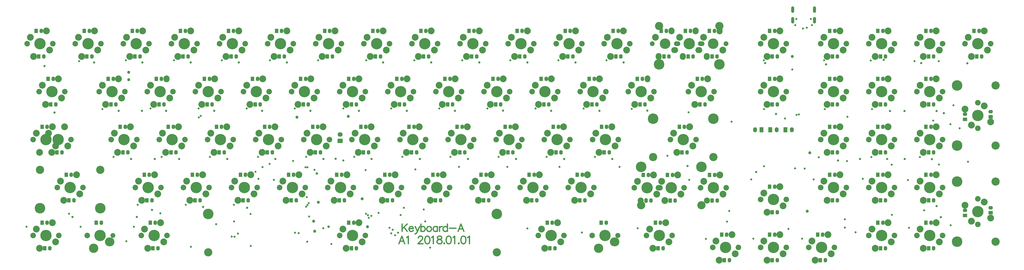
<source format=gts>
%FSLAX25Y25*%
%MOIN*%
G70*
G01*
G75*
G04 Layer_Color=8388736*
%ADD10C,0.01500*%
%ADD11C,0.03937*%
%ADD12C,0.01000*%
%ADD13C,0.01575*%
%ADD14C,0.03150*%
%ADD15C,0.01400*%
%ADD16C,0.01969*%
%ADD17R,0.04724X0.06300*%
%ADD18O,0.04724X0.06300*%
%ADD19C,0.06689*%
%ADD20O,0.09840X0.08800*%
%ADD21O,0.08661X0.09840*%
%ADD22C,0.16929*%
%ADD23C,0.09840*%
%ADD24C,0.12000*%
%ADD25C,0.15700*%
%ADD26O,0.03937X0.09449*%
%ADD27C,0.02756*%
%ADD28C,0.02362*%
%ADD29O,0.05118X0.07087*%
%ADD30R,0.05118X0.07087*%
%ADD31O,0.07087X0.05906*%
%ADD32R,0.07087X0.05906*%
%ADD33C,0.07874*%
%ADD34C,0.07087*%
%ADD35C,0.13780*%
%ADD36O,0.14000X0.13000*%
%ADD37O,0.06300X0.04724*%
%ADD38R,0.06300X0.04724*%
%ADD39C,0.08661*%
G04:AMPARAMS|DCode=40|XSize=47.24mil|YSize=63mil|CornerRadius=0mil|HoleSize=0mil|Usage=FLASHONLY|Rotation=0.000|XOffset=0mil|YOffset=0mil|HoleType=Round|Shape=Octagon|*
%AMOCTAGOND40*
4,1,8,-0.01181,0.03150,0.01181,0.03150,0.02362,0.01969,0.02362,-0.01969,0.01181,-0.03150,-0.01181,-0.03150,-0.02362,-0.01969,-0.02362,0.01969,-0.01181,0.03150,0.0*
%
%ADD40OCTAGOND40*%

%ADD41O,0.08000X0.09840*%
%ADD42O,0.08661X0.09843*%
%ADD43C,0.06693*%
%ADD44O,0.08661X0.09839*%
%ADD45C,0.15669*%
%ADD46O,0.08661X0.09840*%
%ADD47O,0.09840X0.08661*%
%ADD48C,0.15669*%
%ADD49C,0.02441*%
%ADD50C,0.03150*%
%ADD51C,0.03937*%
%ADD52R,0.04331X0.04921*%
%ADD53R,0.00984X0.05118*%
%ADD54R,0.04921X0.04331*%
%ADD55R,0.05906X0.01969*%
%ADD56O,0.05906X0.01969*%
%ADD57O,0.07874X0.01969*%
%ADD58R,0.07874X0.01969*%
%ADD59R,0.01969X0.07874*%
%ADD60R,0.04724X0.03937*%
%ADD61R,0.03543X0.03937*%
%ADD62R,0.02559X0.07874*%
%ADD63O,0.02559X0.07874*%
%ADD64R,0.05118X0.04331*%
%ADD65R,0.03937X0.03937*%
%ADD66R,0.11811X0.09843*%
%ADD67R,0.03937X0.04724*%
%ADD68R,0.03937X0.03543*%
%ADD69R,0.19685X0.15748*%
%ADD70C,0.02362*%
%ADD71C,0.02756*%
%ADD72C,0.00394*%
%ADD73R,0.05524X0.07100*%
%ADD74O,0.05524X0.07100*%
%ADD75C,0.07489*%
%ADD76O,0.10640X0.09600*%
%ADD77O,0.09461X0.10640*%
%ADD78C,0.17729*%
%ADD79C,0.10640*%
%ADD80C,0.12800*%
%ADD81C,0.16500*%
%ADD82O,0.04737X0.10249*%
%ADD83C,0.03556*%
%ADD84C,0.03162*%
%ADD85O,0.05918X0.07887*%
%ADD86R,0.05918X0.07887*%
%ADD87O,0.07887X0.06706*%
%ADD88R,0.07887X0.06706*%
%ADD89C,0.08674*%
%ADD90C,0.07887*%
%ADD91C,0.14579*%
%ADD92O,0.14800X0.13800*%
%ADD93O,0.07100X0.05524*%
%ADD94R,0.07100X0.05524*%
%ADD95C,0.09461*%
G04:AMPARAMS|DCode=96|XSize=55.24mil|YSize=71mil|CornerRadius=0mil|HoleSize=0mil|Usage=FLASHONLY|Rotation=0.000|XOffset=0mil|YOffset=0mil|HoleType=Round|Shape=Octagon|*
%AMOCTAGOND96*
4,1,8,-0.01381,0.03550,0.01381,0.03550,0.02762,0.02169,0.02762,-0.02169,0.01381,-0.03550,-0.01381,-0.03550,-0.02762,-0.02169,-0.02762,0.02169,-0.01381,0.03550,0.0*
%
%ADD96OCTAGOND96*%

%ADD97O,0.08800X0.10640*%
%ADD98O,0.09461X0.10642*%
%ADD99C,0.07493*%
%ADD100O,0.09461X0.10639*%
%ADD101C,0.16469*%
%ADD102O,0.09461X0.10640*%
%ADD103O,0.10640X0.09461*%
%ADD104C,0.16469*%
%ADD105C,0.03950*%
%ADD106C,0.04737*%
D16*
X-598567Y103907D02*
X-603065Y115716D01*
X-607564Y103907D01*
X-605877Y107843D02*
X-600254D01*
X-595811Y113466D02*
X-594687Y114029D01*
X-593000Y115716D01*
Y103907D01*
X-577311Y112904D02*
Y113466D01*
X-576749Y114591D01*
X-576187Y115153D01*
X-575062Y115716D01*
X-572813D01*
X-571688Y115153D01*
X-571126Y114591D01*
X-570564Y113466D01*
Y112342D01*
X-571126Y111217D01*
X-572251Y109530D01*
X-577874Y103907D01*
X-570001D01*
X-563985Y115716D02*
X-565672Y115153D01*
X-566796Y113466D01*
X-567358Y110655D01*
Y108968D01*
X-566796Y106156D01*
X-565672Y104469D01*
X-563985Y103907D01*
X-562860D01*
X-561173Y104469D01*
X-560048Y106156D01*
X-559486Y108968D01*
Y110655D01*
X-560048Y113466D01*
X-561173Y115153D01*
X-562860Y115716D01*
X-563985D01*
X-556843Y113466D02*
X-555719Y114029D01*
X-554032Y115716D01*
Y103907D01*
X-545372Y115716D02*
X-547059Y115153D01*
X-547621Y114029D01*
Y112904D01*
X-547059Y111779D01*
X-545934Y111217D01*
X-543685Y110655D01*
X-541998Y110092D01*
X-540874Y108968D01*
X-540311Y107843D01*
Y106156D01*
X-540874Y105032D01*
X-541436Y104469D01*
X-543123Y103907D01*
X-545372D01*
X-547059Y104469D01*
X-547621Y105032D01*
X-548184Y106156D01*
Y107843D01*
X-547621Y108968D01*
X-546497Y110092D01*
X-544810Y110655D01*
X-542561Y111217D01*
X-541436Y111779D01*
X-540874Y112904D01*
Y114029D01*
X-541436Y115153D01*
X-543123Y115716D01*
X-545372D01*
X-537106Y105032D02*
X-537669Y104469D01*
X-537106Y103907D01*
X-536544Y104469D01*
X-537106Y105032D01*
X-530583Y115716D02*
X-532270Y115153D01*
X-533395Y113466D01*
X-533957Y110655D01*
Y108968D01*
X-533395Y106156D01*
X-532270Y104469D01*
X-530583Y103907D01*
X-529459D01*
X-527772Y104469D01*
X-526647Y106156D01*
X-526085Y108968D01*
Y110655D01*
X-526647Y113466D01*
X-527772Y115153D01*
X-529459Y115716D01*
X-530583D01*
X-523442Y113466D02*
X-522318Y114029D01*
X-520631Y115716D01*
Y103907D01*
X-514220Y105032D02*
X-514783Y104469D01*
X-514220Y103907D01*
X-513658Y104469D01*
X-514220Y105032D01*
X-507697Y115716D02*
X-509384Y115153D01*
X-510509Y113466D01*
X-511071Y110655D01*
Y108968D01*
X-510509Y106156D01*
X-509384Y104469D01*
X-507697Y103907D01*
X-506573D01*
X-504886Y104469D01*
X-503761Y106156D01*
X-503199Y108968D01*
Y110655D01*
X-503761Y113466D01*
X-504886Y115153D01*
X-506573Y115716D01*
X-507697D01*
X-500556Y113466D02*
X-499432Y114029D01*
X-497745Y115716D01*
Y103907D01*
X-602559Y134908D02*
Y123100D01*
X-594687Y134908D02*
X-602559Y127036D01*
X-599748Y129848D02*
X-594687Y123100D01*
X-592044Y127599D02*
X-585296D01*
Y128723D01*
X-585858Y129848D01*
X-586421Y130410D01*
X-587545Y130972D01*
X-589232D01*
X-590357Y130410D01*
X-591482Y129285D01*
X-592044Y127599D01*
Y126474D01*
X-591482Y124787D01*
X-590357Y123662D01*
X-589232Y123100D01*
X-587545D01*
X-586421Y123662D01*
X-585296Y124787D01*
X-582203Y130972D02*
X-578830Y123100D01*
X-575456Y130972D02*
X-578830Y123100D01*
X-579954Y120851D01*
X-581079Y119726D01*
X-582203Y119164D01*
X-582766D01*
X-573488Y134908D02*
Y123100D01*
Y129285D02*
X-572363Y130410D01*
X-571238Y130972D01*
X-569552D01*
X-568427Y130410D01*
X-567302Y129285D01*
X-566740Y127599D01*
Y126474D01*
X-567302Y124787D01*
X-568427Y123662D01*
X-569552Y123100D01*
X-571238D01*
X-572363Y123662D01*
X-573488Y124787D01*
X-561398Y130972D02*
X-562523Y130410D01*
X-563647Y129285D01*
X-564210Y127599D01*
Y126474D01*
X-563647Y124787D01*
X-562523Y123662D01*
X-561398Y123100D01*
X-559711D01*
X-558587Y123662D01*
X-557462Y124787D01*
X-556900Y126474D01*
Y127599D01*
X-557462Y129285D01*
X-558587Y130410D01*
X-559711Y130972D01*
X-561398D01*
X-547565D02*
Y123100D01*
Y129285D02*
X-548690Y130410D01*
X-549815Y130972D01*
X-551501D01*
X-552626Y130410D01*
X-553751Y129285D01*
X-554313Y127599D01*
Y126474D01*
X-553751Y124787D01*
X-552626Y123662D01*
X-551501Y123100D01*
X-549815D01*
X-548690Y123662D01*
X-547565Y124787D01*
X-544416Y130972D02*
Y123100D01*
Y127599D02*
X-543854Y129285D01*
X-542729Y130410D01*
X-541605Y130972D01*
X-539918D01*
X-532102Y134908D02*
Y123100D01*
Y129285D02*
X-533226Y130410D01*
X-534351Y130972D01*
X-536038D01*
X-537162Y130410D01*
X-538287Y129285D01*
X-538849Y127599D01*
Y126474D01*
X-538287Y124787D01*
X-537162Y123662D01*
X-536038Y123100D01*
X-534351D01*
X-533226Y123662D01*
X-532102Y124787D01*
X-528953Y128161D02*
X-518831D01*
X-506348Y123100D02*
X-510847Y134908D01*
X-515345Y123100D01*
X-513658Y127036D02*
X-508035D01*
D73*
X-160921Y436929D02*
D03*
X-156815Y396929D02*
D03*
X45181Y118228D02*
D03*
X49287Y78228D02*
D03*
X-292220Y136929D02*
D03*
X-207772Y136929D02*
D03*
X-203665Y96929D02*
D03*
X-376472Y136929D02*
D03*
X-372366Y96929D02*
D03*
X-995370Y136929D02*
D03*
X-991264Y96929D02*
D03*
X-1079622Y136929D02*
D03*
X-1164071Y136929D02*
D03*
X-1159965Y96929D02*
D03*
X214079Y286732D02*
D03*
X218185Y246732D02*
D03*
X-1173323Y436929D02*
D03*
X-1169217Y396929D02*
D03*
X139079Y136732D02*
D03*
X143185Y96732D02*
D03*
X218185Y171929D02*
D03*
X214079Y211929D02*
D03*
X64079Y436929D02*
D03*
X68185Y396929D02*
D03*
X143185D02*
D03*
X139079Y436929D02*
D03*
X218185Y396929D02*
D03*
X214079Y436929D02*
D03*
X218185Y321929D02*
D03*
X214079Y361929D02*
D03*
X143185Y321929D02*
D03*
X139079Y361929D02*
D03*
X64079D02*
D03*
X68185Y321929D02*
D03*
X64079Y286732D02*
D03*
X68185Y246732D02*
D03*
X143185D02*
D03*
X139079Y286732D02*
D03*
X68185Y171929D02*
D03*
X64079Y211929D02*
D03*
X139079D02*
D03*
X143185Y171929D02*
D03*
X289079Y436929D02*
D03*
X293185Y396929D02*
D03*
X-25516Y321929D02*
D03*
X-29622Y361929D02*
D03*
X-25516Y396929D02*
D03*
X-29622Y436929D02*
D03*
X-188932Y211579D02*
D03*
X-184826Y171580D02*
D03*
X218185Y96929D02*
D03*
X214079Y136929D02*
D03*
X-100319Y78228D02*
D03*
X-104425Y118228D02*
D03*
X-29622D02*
D03*
X-25516Y78228D02*
D03*
X-681815Y96929D02*
D03*
X-685921Y136929D02*
D03*
X-742063Y286929D02*
D03*
X-737957Y246929D02*
D03*
X-1141067D02*
D03*
X-1122366Y171929D02*
D03*
X-1126472Y211929D02*
D03*
X-1164071Y286929D02*
D03*
X-1150516Y321929D02*
D03*
X-1154622Y361929D02*
D03*
X-29622Y193032D02*
D03*
X-25516Y153032D02*
D03*
X-119217Y171580D02*
D03*
X-123323Y211579D02*
D03*
X-226541D02*
D03*
X-325516Y171929D02*
D03*
X-329622Y211929D02*
D03*
X-404644D02*
D03*
X-400538Y171929D02*
D03*
X-475560D02*
D03*
X-479666Y211929D02*
D03*
X-554688D02*
D03*
X-550582Y171929D02*
D03*
X-625603D02*
D03*
X-629710Y211929D02*
D03*
X-704732D02*
D03*
X-700625Y171929D02*
D03*
X-775647D02*
D03*
X-779753Y211929D02*
D03*
X-854775D02*
D03*
X-850669Y171929D02*
D03*
X-925691D02*
D03*
X-929797Y211929D02*
D03*
X-1004819D02*
D03*
X-1000713Y171929D02*
D03*
X-166264Y246929D02*
D03*
X-170370Y286929D02*
D03*
X-291827D02*
D03*
X-287720Y246929D02*
D03*
X-362760D02*
D03*
X-366866Y286929D02*
D03*
X-441905D02*
D03*
X-437799Y246929D02*
D03*
X-512839D02*
D03*
X-516945Y286929D02*
D03*
X-591984D02*
D03*
X-587878Y246929D02*
D03*
X-662917D02*
D03*
X-667024Y286929D02*
D03*
X-812996Y246929D02*
D03*
X-817102Y286929D02*
D03*
X-892142D02*
D03*
X-888035Y246929D02*
D03*
X-963075D02*
D03*
X-967181Y286929D02*
D03*
X-1042220D02*
D03*
X-1038114Y246929D02*
D03*
X-142417Y361929D02*
D03*
X-138311Y321929D02*
D03*
X-231833D02*
D03*
X-235939Y361929D02*
D03*
X-310938D02*
D03*
X-306831Y321929D02*
D03*
X-381830D02*
D03*
X-385936Y361929D02*
D03*
X-460934D02*
D03*
X-456828Y321929D02*
D03*
X-531826D02*
D03*
X-535933Y361929D02*
D03*
X-610931D02*
D03*
X-606825Y321929D02*
D03*
X-681823D02*
D03*
X-685929Y361929D02*
D03*
X-760928D02*
D03*
X-756821Y321929D02*
D03*
X-831820D02*
D03*
X-835926Y361929D02*
D03*
X-910925D02*
D03*
X-906818Y321929D02*
D03*
X-981817D02*
D03*
X-985923Y361929D02*
D03*
X-1060921D02*
D03*
X-1056815Y321929D02*
D03*
X-269414Y396929D02*
D03*
X-273520Y436929D02*
D03*
X-348503D02*
D03*
X-344397Y396929D02*
D03*
X-419381D02*
D03*
X-423487Y436929D02*
D03*
X-498471D02*
D03*
X-494364Y396929D02*
D03*
X-569348D02*
D03*
X-573454Y436929D02*
D03*
X-648438D02*
D03*
X-644332Y396929D02*
D03*
X-719315D02*
D03*
X-723421Y436929D02*
D03*
X-798405D02*
D03*
X-794299Y396929D02*
D03*
X-869282D02*
D03*
X-873388Y436929D02*
D03*
X-948372D02*
D03*
X-944266Y396929D02*
D03*
X-1019249D02*
D03*
X-1023356Y436929D02*
D03*
X-1098339D02*
D03*
X-1094233Y396929D02*
D03*
X-123553Y436929D02*
D03*
X-119446Y396929D02*
D03*
X-198536Y436929D02*
D03*
X-194430Y396929D02*
D03*
D74*
X-153086Y436929D02*
D03*
X-148921Y396929D02*
D03*
X53016Y118228D02*
D03*
X57181Y78228D02*
D03*
X-284327Y136929D02*
D03*
X-199936Y136929D02*
D03*
X-195772Y96929D02*
D03*
X-368637Y136929D02*
D03*
X-364472Y96929D02*
D03*
X-987535Y136929D02*
D03*
X-983370Y96929D02*
D03*
X-1071728Y136929D02*
D03*
X-1156236Y136929D02*
D03*
X-1152071Y96929D02*
D03*
X221914Y286732D02*
D03*
X226079Y246732D02*
D03*
X-1165487Y436929D02*
D03*
X-1161323Y396929D02*
D03*
X146914Y136732D02*
D03*
X151079Y96732D02*
D03*
X226079Y171929D02*
D03*
X221914Y211929D02*
D03*
X71914Y436929D02*
D03*
X76079Y396929D02*
D03*
X151079D02*
D03*
X146914Y436929D02*
D03*
X226079Y396929D02*
D03*
X221914Y436929D02*
D03*
X226079Y321929D02*
D03*
X221914Y361929D02*
D03*
X151079Y321929D02*
D03*
X146914Y361929D02*
D03*
X71914D02*
D03*
X76079Y321929D02*
D03*
X71914Y286732D02*
D03*
X76079Y246732D02*
D03*
X151079D02*
D03*
X146914Y286732D02*
D03*
X76079Y171929D02*
D03*
X71914Y211929D02*
D03*
X146914D02*
D03*
X151079Y171929D02*
D03*
X296914Y436929D02*
D03*
X301079Y396929D02*
D03*
X-17622Y321929D02*
D03*
X-21787Y361929D02*
D03*
X-17622Y396929D02*
D03*
X-21787Y436929D02*
D03*
X-181097Y211579D02*
D03*
X-176932Y171580D02*
D03*
X226079Y96929D02*
D03*
X221914Y136929D02*
D03*
X-92425Y78228D02*
D03*
X-96590Y118228D02*
D03*
X-21787D02*
D03*
X-17622Y78228D02*
D03*
X-673921Y96929D02*
D03*
X-678086Y136929D02*
D03*
X-734228Y286929D02*
D03*
X-730063Y246929D02*
D03*
X-1133173D02*
D03*
X-1114472Y171929D02*
D03*
X-1118637Y211929D02*
D03*
X-1156236Y286929D02*
D03*
X-1142622Y321929D02*
D03*
X-1146787Y361929D02*
D03*
X-21787Y193032D02*
D03*
X-17622Y153032D02*
D03*
X-111323Y171580D02*
D03*
X-115488Y211579D02*
D03*
X-218706D02*
D03*
X-214541Y171580D02*
D03*
X-317622Y171929D02*
D03*
X-321787Y211929D02*
D03*
X-396809D02*
D03*
X-392644Y171929D02*
D03*
X-467666D02*
D03*
X-471831Y211929D02*
D03*
X-546852D02*
D03*
X-542688Y171929D02*
D03*
X-617710D02*
D03*
X-621874Y211929D02*
D03*
X-696896D02*
D03*
X-692732Y171929D02*
D03*
X-767753D02*
D03*
X-771918Y211929D02*
D03*
X-846940D02*
D03*
X-842775Y171929D02*
D03*
X-917797D02*
D03*
X-921962Y211929D02*
D03*
X-996984D02*
D03*
X-992819Y171929D02*
D03*
X-158370Y246929D02*
D03*
X-162535Y286929D02*
D03*
X-283992D02*
D03*
X-279827Y246929D02*
D03*
X-354866D02*
D03*
X-359031Y286929D02*
D03*
X-434070D02*
D03*
X-429906Y246929D02*
D03*
X-504945D02*
D03*
X-509110Y286929D02*
D03*
X-584149D02*
D03*
X-579984Y246929D02*
D03*
X-655024D02*
D03*
X-659188Y286929D02*
D03*
X-805102Y246929D02*
D03*
X-809267Y286929D02*
D03*
X-884306D02*
D03*
X-880142Y246929D02*
D03*
X-955181D02*
D03*
X-959346Y286929D02*
D03*
X-1034385D02*
D03*
X-1030221Y246929D02*
D03*
X-134582Y361929D02*
D03*
X-130417Y321929D02*
D03*
X-223939D02*
D03*
X-228104Y361929D02*
D03*
X-303102D02*
D03*
X-298938Y321929D02*
D03*
X-373936D02*
D03*
X-378101Y361929D02*
D03*
X-453099D02*
D03*
X-448934Y321929D02*
D03*
X-523933D02*
D03*
X-528097Y361929D02*
D03*
X-603096D02*
D03*
X-598931Y321929D02*
D03*
X-673930D02*
D03*
X-678094Y361929D02*
D03*
X-753092D02*
D03*
X-748928Y321929D02*
D03*
X-823926D02*
D03*
X-828091Y361929D02*
D03*
X-903089D02*
D03*
X-898925Y321929D02*
D03*
X-973923D02*
D03*
X-978088Y361929D02*
D03*
X-1053086D02*
D03*
X-1048921Y321929D02*
D03*
X-261520Y396929D02*
D03*
X-265685Y436929D02*
D03*
X-340668D02*
D03*
X-336504Y396929D02*
D03*
X-411487D02*
D03*
X-415652Y436929D02*
D03*
X-490635D02*
D03*
X-486471Y396929D02*
D03*
X-561454D02*
D03*
X-565619Y436929D02*
D03*
X-640602D02*
D03*
X-636438Y396929D02*
D03*
X-711421D02*
D03*
X-715586Y436929D02*
D03*
X-790570D02*
D03*
X-786405Y396929D02*
D03*
X-861388D02*
D03*
X-865553Y436929D02*
D03*
X-940537D02*
D03*
X-936372Y396929D02*
D03*
X-1011356D02*
D03*
X-1015520Y436929D02*
D03*
X-1090504D02*
D03*
X-1086339Y396929D02*
D03*
X-115717Y436929D02*
D03*
X-111553Y396929D02*
D03*
X-190701Y436929D02*
D03*
X-186536Y396929D02*
D03*
D75*
X-174921Y416929D02*
D03*
X-134921D02*
D03*
X-1053622Y116929D02*
D03*
X-97553Y416929D02*
D03*
X-212536D02*
D03*
X-172536D02*
D03*
D76*
X-139921Y406929D02*
D03*
D77*
X-164921Y396929D02*
D03*
X-144921Y436929D02*
D03*
X-202536Y396929D02*
D03*
X-182536Y436929D02*
D03*
D78*
X-154921Y416929D02*
D03*
X51181Y98228D02*
D03*
X-286221Y116929D02*
D03*
X-201772Y116929D02*
D03*
X-370472D02*
D03*
X-989370D02*
D03*
X-1073622Y116929D02*
D03*
X-1158071Y116929D02*
D03*
X220079Y266732D02*
D03*
X-1167323Y416929D02*
D03*
X145079Y116732D02*
D03*
X220079Y191929D02*
D03*
X70079Y416929D02*
D03*
X145079D02*
D03*
X220079D02*
D03*
Y341929D02*
D03*
X145079D02*
D03*
X70079D02*
D03*
Y266732D02*
D03*
X145079D02*
D03*
X70079Y191929D02*
D03*
X145079D02*
D03*
X295079Y304528D02*
D03*
X295079Y416929D02*
D03*
X-23622Y341929D02*
D03*
Y416929D02*
D03*
X295079Y154331D02*
D03*
X-182932Y191579D02*
D03*
X220079Y116929D02*
D03*
X-98425Y98228D02*
D03*
X-23622D02*
D03*
X-679921Y116929D02*
D03*
X-736063Y266929D02*
D03*
X-1139173D02*
D03*
X-1120473Y191929D02*
D03*
X-1158071Y266929D02*
D03*
X-1148622Y341929D02*
D03*
X-23622Y173031D02*
D03*
X-117323Y191579D02*
D03*
X-220541D02*
D03*
X-323622Y191929D02*
D03*
X-398644D02*
D03*
X-473666D02*
D03*
X-548688D02*
D03*
X-623710D02*
D03*
X-698732D02*
D03*
X-773753D02*
D03*
X-848775D02*
D03*
X-923797D02*
D03*
X-998819D02*
D03*
X-164370Y266929D02*
D03*
X-285827D02*
D03*
X-360866D02*
D03*
X-435906D02*
D03*
X-510945D02*
D03*
X-585984D02*
D03*
X-661024D02*
D03*
X-811102D02*
D03*
X-886142D02*
D03*
X-961181D02*
D03*
X-1036220D02*
D03*
X-136417Y341929D02*
D03*
X-229939D02*
D03*
X-304938D02*
D03*
X-379936D02*
D03*
X-454934D02*
D03*
X-529933D02*
D03*
X-604931D02*
D03*
X-679929D02*
D03*
X-754928D02*
D03*
X-829926D02*
D03*
X-904925D02*
D03*
X-979923D02*
D03*
X-1054921D02*
D03*
X-267520Y416929D02*
D03*
X-342503D02*
D03*
X-417487D02*
D03*
X-492471D02*
D03*
X-567454D02*
D03*
X-642438D02*
D03*
X-717421D02*
D03*
X-792405D02*
D03*
X-867389D02*
D03*
X-942372D02*
D03*
X-1017356D02*
D03*
X-1092339D02*
D03*
D79*
X-169921Y426929D02*
D03*
X66181Y88228D02*
D03*
X41181Y78228D02*
D03*
X61181Y118228D02*
D03*
X36181Y108228D02*
D03*
X-186772Y106929D02*
D03*
X-211772Y96929D02*
D03*
X-191772Y136929D02*
D03*
X-216772Y126929D02*
D03*
X-355472Y106929D02*
D03*
X-380472Y96929D02*
D03*
X-360472Y136929D02*
D03*
X-385472Y126929D02*
D03*
X-974370Y106929D02*
D03*
X-999370Y96929D02*
D03*
X-979370Y136929D02*
D03*
X-1004370Y126929D02*
D03*
X-1143071Y106929D02*
D03*
X-1168071Y96929D02*
D03*
X-1148071Y136929D02*
D03*
X-1173071Y126929D02*
D03*
X235079Y256732D02*
D03*
X210079Y246732D02*
D03*
X230079Y286732D02*
D03*
X205079Y276732D02*
D03*
X-1152323Y406929D02*
D03*
X-1177323Y396929D02*
D03*
X-1157323Y436929D02*
D03*
X-1182323Y426929D02*
D03*
X160079Y106732D02*
D03*
X135079Y96732D02*
D03*
X155079Y136732D02*
D03*
X130079Y126732D02*
D03*
X205079Y201929D02*
D03*
X230079Y211929D02*
D03*
X210079Y171929D02*
D03*
X235079Y181929D02*
D03*
X85079Y406929D02*
D03*
X60079Y396929D02*
D03*
X80079Y436929D02*
D03*
X55079Y426929D02*
D03*
X130079D02*
D03*
X155079Y436929D02*
D03*
X135079Y396929D02*
D03*
X160079Y406929D02*
D03*
X205079Y426929D02*
D03*
X230079Y436929D02*
D03*
X210079Y396929D02*
D03*
X235079Y406929D02*
D03*
X205079Y351929D02*
D03*
X230079Y361929D02*
D03*
X210079Y321929D02*
D03*
X235079Y331929D02*
D03*
X130079Y351929D02*
D03*
X155079Y361929D02*
D03*
X135079Y321929D02*
D03*
X160079Y331929D02*
D03*
X85079D02*
D03*
X60079Y321929D02*
D03*
X80079Y361929D02*
D03*
X55079Y351929D02*
D03*
X85079Y256732D02*
D03*
X60079Y246732D02*
D03*
X80079Y286732D02*
D03*
X55079Y276732D02*
D03*
X130079D02*
D03*
X155079Y286732D02*
D03*
X135079Y246732D02*
D03*
X160079Y256732D02*
D03*
X55079Y201929D02*
D03*
X80079Y211929D02*
D03*
X60079Y171929D02*
D03*
X85079Y181929D02*
D03*
X160079D02*
D03*
X135079Y171929D02*
D03*
X155079Y211929D02*
D03*
X130079Y201929D02*
D03*
X285079Y289528D02*
D03*
X275079Y314528D02*
D03*
X315079Y294528D02*
D03*
X305079Y319528D02*
D03*
X310079Y406929D02*
D03*
X285079Y396929D02*
D03*
X305079Y436929D02*
D03*
X280079Y426929D02*
D03*
X-38622Y351929D02*
D03*
X-13622Y361929D02*
D03*
X-33622Y321929D02*
D03*
X-8622Y331929D02*
D03*
X-38622Y426929D02*
D03*
X-13622Y436929D02*
D03*
X-33622Y396929D02*
D03*
X-8622Y406929D02*
D03*
X305079Y169331D02*
D03*
X315079Y144331D02*
D03*
X275079Y164331D02*
D03*
X285079Y139331D02*
D03*
X-167932Y181579D02*
D03*
X-192932Y171580D02*
D03*
X-172932Y211579D02*
D03*
X-197932Y201579D02*
D03*
X205079Y126929D02*
D03*
X230079Y136929D02*
D03*
X210079Y96929D02*
D03*
X235079Y106929D02*
D03*
X-113425Y108228D02*
D03*
X-88425Y118228D02*
D03*
X-108425Y78228D02*
D03*
X-83425Y88228D02*
D03*
X-8622D02*
D03*
X-33622Y78228D02*
D03*
X-13622Y118228D02*
D03*
X-38622Y108228D02*
D03*
X-694921Y126929D02*
D03*
X-669921Y136929D02*
D03*
X-689921Y96929D02*
D03*
X-664921Y106929D02*
D03*
X-721063Y256929D02*
D03*
X-746063Y246929D02*
D03*
X-726063Y286929D02*
D03*
X-751063Y276929D02*
D03*
X-1154173D02*
D03*
X-1129173Y286929D02*
D03*
X-1149173Y246929D02*
D03*
X-1124173Y256929D02*
D03*
X-1135472Y201929D02*
D03*
X-1110472Y211929D02*
D03*
X-1130472Y171929D02*
D03*
X-1105472Y181929D02*
D03*
X-1143071Y256929D02*
D03*
X-1168071Y246929D02*
D03*
X-1148071Y286929D02*
D03*
X-1173071Y276929D02*
D03*
X-1163622Y351929D02*
D03*
X-1138622Y361929D02*
D03*
X-1158622Y321929D02*
D03*
X-1133622Y331929D02*
D03*
X-8622Y163031D02*
D03*
X-33622Y153032D02*
D03*
X-13622Y193032D02*
D03*
X-38622Y183031D02*
D03*
X-132323Y201579D02*
D03*
X-107323Y211579D02*
D03*
X-102323Y181579D02*
D03*
X-205541D02*
D03*
X-210541Y211579D02*
D03*
X-235541Y201579D02*
D03*
X-338622Y201929D02*
D03*
X-313622Y211929D02*
D03*
X-333622Y171929D02*
D03*
X-308622Y181929D02*
D03*
X-383644D02*
D03*
X-408644Y171929D02*
D03*
X-388644Y211929D02*
D03*
X-413644Y201929D02*
D03*
X-488666D02*
D03*
X-463666Y211929D02*
D03*
X-483666Y171929D02*
D03*
X-458666Y181929D02*
D03*
X-533688D02*
D03*
X-558688Y171929D02*
D03*
X-538688Y211929D02*
D03*
X-563688Y201929D02*
D03*
X-638710D02*
D03*
X-613710Y211929D02*
D03*
X-633710Y171929D02*
D03*
X-608710Y181929D02*
D03*
X-683732D02*
D03*
X-708732Y171929D02*
D03*
X-688731Y211929D02*
D03*
X-713731Y201929D02*
D03*
X-788753D02*
D03*
X-763753Y211929D02*
D03*
X-783753Y171929D02*
D03*
X-758753Y181929D02*
D03*
X-833775D02*
D03*
X-858775Y171929D02*
D03*
X-838775Y211929D02*
D03*
X-863775Y201929D02*
D03*
X-938797D02*
D03*
X-913797Y211929D02*
D03*
X-933797Y171929D02*
D03*
X-908797Y181929D02*
D03*
X-983819D02*
D03*
X-1008819Y171929D02*
D03*
X-988819Y211929D02*
D03*
X-1013819Y201929D02*
D03*
X-179370Y276929D02*
D03*
X-154370Y286929D02*
D03*
X-174370Y246929D02*
D03*
X-149370Y256929D02*
D03*
X-270827D02*
D03*
X-295827Y246929D02*
D03*
X-275827Y286929D02*
D03*
X-300827Y276929D02*
D03*
X-375866D02*
D03*
X-350866Y286929D02*
D03*
X-370866Y246929D02*
D03*
X-345866Y256929D02*
D03*
X-420905D02*
D03*
X-445905Y246929D02*
D03*
X-425906Y286929D02*
D03*
X-450906Y276929D02*
D03*
X-525945D02*
D03*
X-500945Y286929D02*
D03*
X-520945Y246929D02*
D03*
X-495945Y256929D02*
D03*
X-570984D02*
D03*
X-595984Y246929D02*
D03*
X-575984Y286929D02*
D03*
X-600984Y276929D02*
D03*
X-676024D02*
D03*
X-651024Y286929D02*
D03*
X-671024Y246929D02*
D03*
X-646024Y256929D02*
D03*
X-826102Y276929D02*
D03*
X-801102Y286929D02*
D03*
X-821102Y246929D02*
D03*
X-796102Y256929D02*
D03*
X-871142D02*
D03*
X-896142Y246929D02*
D03*
X-876142Y286929D02*
D03*
X-901142Y276929D02*
D03*
X-976181D02*
D03*
X-951181Y286929D02*
D03*
X-971181Y246929D02*
D03*
X-946181Y256929D02*
D03*
X-1021220D02*
D03*
X-1046220Y246929D02*
D03*
X-1026221Y286929D02*
D03*
X-1051221Y276929D02*
D03*
X-121417Y331929D02*
D03*
X-146417Y321929D02*
D03*
X-126417Y361929D02*
D03*
X-151417Y351929D02*
D03*
X-244939D02*
D03*
X-239939Y321929D02*
D03*
X-214939Y331929D02*
D03*
X-289938D02*
D03*
X-314938Y321929D02*
D03*
X-294938Y361929D02*
D03*
X-319938Y351929D02*
D03*
X-394936D02*
D03*
X-369936Y361929D02*
D03*
X-389936Y321929D02*
D03*
X-364936Y331929D02*
D03*
X-439934D02*
D03*
X-464934Y321929D02*
D03*
X-444934Y361929D02*
D03*
X-469934Y351929D02*
D03*
X-544933D02*
D03*
X-519933Y361929D02*
D03*
X-539933Y321929D02*
D03*
X-514933Y331929D02*
D03*
X-589931D02*
D03*
X-614931Y321929D02*
D03*
X-594931Y361929D02*
D03*
X-619931Y351929D02*
D03*
X-694930D02*
D03*
X-669930Y361929D02*
D03*
X-689929Y321929D02*
D03*
X-664929Y331929D02*
D03*
X-739928D02*
D03*
X-764928Y321929D02*
D03*
X-744928Y361929D02*
D03*
X-769928Y351929D02*
D03*
X-844926D02*
D03*
X-819926Y361929D02*
D03*
X-839926Y321929D02*
D03*
X-814926Y331929D02*
D03*
X-889925D02*
D03*
X-914925Y321929D02*
D03*
X-894925Y361929D02*
D03*
X-919925Y351929D02*
D03*
X-994923D02*
D03*
X-989923Y321929D02*
D03*
X-964923Y331929D02*
D03*
X-1039921D02*
D03*
X-1064921Y321929D02*
D03*
X-1044921Y361929D02*
D03*
X-1069921Y351929D02*
D03*
X-282520Y426929D02*
D03*
X-257520Y436929D02*
D03*
X-277520Y396929D02*
D03*
X-252520Y406929D02*
D03*
X-327503D02*
D03*
X-352503Y396929D02*
D03*
X-332504Y436929D02*
D03*
X-357504Y426929D02*
D03*
X-432487D02*
D03*
X-407487Y436929D02*
D03*
X-427487Y396929D02*
D03*
X-402487Y406929D02*
D03*
X-477471D02*
D03*
X-502471Y396929D02*
D03*
X-482471Y436929D02*
D03*
X-507471Y426929D02*
D03*
X-582454D02*
D03*
X-557454Y436929D02*
D03*
X-577454Y396929D02*
D03*
X-552454Y406929D02*
D03*
X-627438D02*
D03*
X-652438Y396929D02*
D03*
X-632438Y436929D02*
D03*
X-657438Y426929D02*
D03*
X-732421D02*
D03*
X-707421Y436929D02*
D03*
X-727421Y396929D02*
D03*
X-702421Y406929D02*
D03*
X-777405D02*
D03*
X-802405Y396929D02*
D03*
X-782405Y436929D02*
D03*
X-807405Y426929D02*
D03*
X-882388D02*
D03*
X-857388Y436929D02*
D03*
X-877388Y396929D02*
D03*
X-852388Y406929D02*
D03*
X-927372D02*
D03*
X-952372Y396929D02*
D03*
X-932372Y436929D02*
D03*
X-957372Y426929D02*
D03*
X-1032356D02*
D03*
X-1007356Y436929D02*
D03*
X-1027356Y396929D02*
D03*
X-1002356Y406929D02*
D03*
X-1077339D02*
D03*
X-1102339Y396929D02*
D03*
X-1082339Y436929D02*
D03*
X-1107339Y426929D02*
D03*
X-102553Y406929D02*
D03*
X-132553Y426929D02*
D03*
X-207536D02*
D03*
D80*
X-1167472Y219429D02*
D03*
X-1073472D02*
D03*
X322579Y107331D02*
D03*
Y201331D02*
D03*
Y257528D02*
D03*
Y351528D02*
D03*
X-107921Y444429D02*
D03*
X-201921D02*
D03*
X-229932Y164080D02*
D03*
X-135932D02*
D03*
X-211370Y239429D02*
D03*
X-117370D02*
D03*
X-454921Y90428D02*
D03*
X-904921D02*
D03*
D81*
X-1167472Y159429D02*
D03*
X-1073472D02*
D03*
X262579Y107331D02*
D03*
Y201331D02*
D03*
Y257528D02*
D03*
Y351528D02*
D03*
X-107921Y384429D02*
D03*
X-201921D02*
D03*
X-229932Y224080D02*
D03*
X-135932D02*
D03*
X-211370Y299429D02*
D03*
X-117370D02*
D03*
X-454921Y150428D02*
D03*
X-904921D02*
D03*
D82*
X6239Y470052D02*
D03*
X40294D02*
D03*
X6239Y453595D02*
D03*
X40294D02*
D03*
D83*
Y470052D02*
D03*
D03*
Y469659D02*
D03*
Y469265D02*
D03*
Y468871D02*
D03*
Y468477D02*
D03*
Y468084D02*
D03*
Y467690D02*
D03*
Y472414D02*
D03*
Y472021D02*
D03*
Y471627D02*
D03*
Y471233D02*
D03*
Y470840D02*
D03*
Y470446D02*
D03*
Y470052D02*
D03*
D03*
X6239D02*
D03*
D03*
Y469659D02*
D03*
Y469265D02*
D03*
Y468871D02*
D03*
Y468477D02*
D03*
Y468084D02*
D03*
Y467690D02*
D03*
Y472414D02*
D03*
Y472021D02*
D03*
Y471627D02*
D03*
Y471233D02*
D03*
Y470840D02*
D03*
Y470446D02*
D03*
Y470052D02*
D03*
D03*
X40294Y453595D02*
D03*
D03*
Y453202D02*
D03*
Y452808D02*
D03*
Y452414D02*
D03*
Y452021D02*
D03*
Y451627D02*
D03*
Y451233D02*
D03*
Y450840D02*
D03*
Y456351D02*
D03*
Y455958D02*
D03*
Y455564D02*
D03*
Y455170D02*
D03*
Y454777D02*
D03*
Y454383D02*
D03*
Y453989D02*
D03*
Y453595D02*
D03*
D03*
X6239D02*
D03*
D03*
Y453989D02*
D03*
Y454383D02*
D03*
Y454777D02*
D03*
Y455170D02*
D03*
Y455564D02*
D03*
Y455958D02*
D03*
Y456351D02*
D03*
Y450840D02*
D03*
Y451233D02*
D03*
Y451627D02*
D03*
Y452021D02*
D03*
Y452414D02*
D03*
Y452808D02*
D03*
Y453202D02*
D03*
Y453595D02*
D03*
D03*
X-220490Y312220D02*
D03*
X-19685Y306890D02*
D03*
X180905Y236614D02*
D03*
X180511Y311614D02*
D03*
X230709Y162992D02*
D03*
X242126Y308071D02*
D03*
X230709Y311614D02*
D03*
X158071D02*
D03*
X237205Y145669D02*
D03*
X-1016339Y145866D02*
D03*
X-992717Y156890D02*
D03*
X-1116732Y145866D02*
D03*
X-1144685Y309054D02*
D03*
X-1160433Y381693D02*
D03*
X278740Y386221D02*
D03*
X153740Y236614D02*
D03*
X223425Y236024D02*
D03*
X76968Y234055D02*
D03*
X-988386Y236614D02*
D03*
X-1008268Y311811D02*
D03*
X206693Y386417D02*
D03*
X148425Y391535D02*
D03*
X58465Y384646D02*
D03*
X-36614Y386417D02*
D03*
X-912970Y161614D02*
D03*
X-275000Y236614D02*
D03*
X-350039D02*
D03*
X-425079D02*
D03*
X-500118D02*
D03*
X-575157D02*
D03*
X-650197D02*
D03*
X-725236D02*
D03*
X-800276D02*
D03*
X-875315D02*
D03*
X-950354D02*
D03*
X-1025394D02*
D03*
X-1044612Y311811D02*
D03*
X-670166Y312008D02*
D03*
X-595217D02*
D03*
X-520268D02*
D03*
X-257319Y387402D02*
D03*
X-332337D02*
D03*
X-407355D02*
D03*
X-482373D02*
D03*
X-557391D02*
D03*
X-632409D02*
D03*
X-782444D02*
D03*
X-857462D02*
D03*
X-932480D02*
D03*
X-1007677D02*
D03*
X-1082874D02*
D03*
X-50591Y216339D02*
D03*
X-157677Y225394D02*
D03*
X-844291Y160118D02*
D03*
X-970748Y312008D02*
D03*
X-895800D02*
D03*
X-745705D02*
D03*
X-820851D02*
D03*
X111417Y236614D02*
D03*
X-706496Y236811D02*
D03*
X-370370Y312008D02*
D03*
X-295079Y312008D02*
D03*
X-445319Y312205D02*
D03*
D84*
X11898Y455512D02*
D03*
X34646Y455512D02*
D03*
X-244779Y314961D02*
D03*
X-831299Y216535D02*
D03*
X5551Y376673D02*
D03*
X36222Y445888D02*
D03*
X15945Y306102D02*
D03*
X-609154Y121260D02*
D03*
X-613681Y117126D02*
D03*
X-617224Y125856D02*
D03*
X-619783Y120276D02*
D03*
X-622368Y128864D02*
D03*
X-605000Y148819D02*
D03*
X-566831Y138878D02*
D03*
X252165Y290748D02*
D03*
X225394Y296457D02*
D03*
X266535Y284646D02*
D03*
X256890Y320472D02*
D03*
X115551Y205434D02*
D03*
X185827Y203543D02*
D03*
X211417Y156102D02*
D03*
X252559Y132874D02*
D03*
X104207Y121727D02*
D03*
X-128937Y111417D02*
D03*
X-55118Y111733D02*
D03*
X21063D02*
D03*
X187598Y128740D02*
D03*
X-407480Y127953D02*
D03*
X-1121850Y150984D02*
D03*
X-1032677Y107874D02*
D03*
X-1021063Y130512D02*
D03*
X-1104134D02*
D03*
X-772679Y233505D02*
D03*
X-38386Y225197D02*
D03*
X24861Y221457D02*
D03*
X-639392Y152188D02*
D03*
X196457Y389370D02*
D03*
X233858D02*
D03*
X46850Y239173D02*
D03*
X128937Y239370D02*
D03*
X204528D02*
D03*
X234449Y227953D02*
D03*
X160630Y227362D02*
D03*
X279528Y232283D02*
D03*
X90945Y233268D02*
D03*
X-394Y127165D02*
D03*
X87598Y129134D02*
D03*
X160827Y149213D02*
D03*
X22199Y440354D02*
D03*
X10236Y445866D02*
D03*
X91535Y302362D02*
D03*
X-5709Y300000D02*
D03*
X-88888Y294685D02*
D03*
X-865114Y164764D02*
D03*
X-940136D02*
D03*
X-1015158D02*
D03*
X-302165Y239764D02*
D03*
X-377205D02*
D03*
X-452244D02*
D03*
X-527283D02*
D03*
X-602323D02*
D03*
X-677362D02*
D03*
X-752402D02*
D03*
X-977520D02*
D03*
X-1052559D02*
D03*
X-995055Y315354D02*
D03*
X-920106D02*
D03*
X-845158D02*
D03*
X-694472D02*
D03*
X-619523D02*
D03*
X-544575D02*
D03*
X-469626D02*
D03*
X-394677D02*
D03*
X-319728D02*
D03*
X-38217Y314370D02*
D03*
X56299D02*
D03*
X130118D02*
D03*
X-1069882D02*
D03*
X-38780Y390748D02*
D03*
X55315D02*
D03*
X128150Y390354D02*
D03*
X-1033399Y390748D02*
D03*
X-958465D02*
D03*
X-883530D02*
D03*
X-808596D02*
D03*
X-733661D02*
D03*
X-658727D02*
D03*
X-583793D02*
D03*
X-508858D02*
D03*
X-433924D02*
D03*
X-358990D02*
D03*
X-284055D02*
D03*
X-1106299Y389370D02*
D03*
X-581890Y220079D02*
D03*
X-514173Y224016D02*
D03*
X-438583D02*
D03*
X-357283D02*
D03*
X-263779D02*
D03*
X-155020Y203937D02*
D03*
X-189173Y241535D02*
D03*
X38976Y204528D02*
D03*
X-58268D02*
D03*
X87598Y142323D02*
D03*
X-95866Y138386D02*
D03*
X-92716Y155315D02*
D03*
X-235236Y128150D02*
D03*
X-600000Y160236D02*
D03*
X-558858Y97835D02*
D03*
X-712992Y103424D02*
D03*
X-838976Y150591D02*
D03*
X-659646Y219291D02*
D03*
X-739370Y219488D02*
D03*
X-802756Y203937D02*
D03*
X-931890Y99016D02*
D03*
X-763976Y120472D02*
D03*
X-892520Y134449D02*
D03*
X-979528Y151575D02*
D03*
X-826772Y205512D02*
D03*
X-820276Y223819D02*
D03*
X-827441Y239764D02*
D03*
X-809252Y228740D02*
D03*
X-747835Y146457D02*
D03*
X-769685Y121063D02*
D03*
X-750591Y107087D02*
D03*
X-748228Y167520D02*
D03*
X-750197Y164370D02*
D03*
X-752362Y161811D02*
D03*
X-751378Y176969D02*
D03*
X-770012Y315354D02*
D03*
X-569095Y157480D02*
D03*
X-322244Y121653D02*
D03*
X-650591Y147638D02*
D03*
X-656102Y148425D02*
D03*
X-658858Y150787D02*
D03*
X-654724Y144488D02*
D03*
X-725591Y128150D02*
D03*
X12205Y305511D02*
D03*
X-902480Y239764D02*
D03*
X-916535Y303740D02*
D03*
X-919685Y301575D02*
D03*
X-838780Y100640D02*
D03*
X-694488Y234252D02*
D03*
X-753346Y223622D02*
D03*
X-750197D02*
D03*
X-1188189Y130512D02*
D03*
X28346Y441928D02*
D03*
X-155897Y309678D02*
D03*
X-868420Y115230D02*
D03*
X-864020Y115010D02*
D03*
X-864730Y138779D02*
D03*
X-858570Y120010D02*
D03*
X9921Y221730D02*
D03*
D85*
X5028Y282087D02*
D03*
X-18692D02*
D03*
X-52413D02*
D03*
D86*
X-4972D02*
D03*
X-28692D02*
D03*
X-42413D02*
D03*
D87*
X-699409Y274961D02*
D03*
D88*
Y264961D02*
D03*
D89*
X31181Y98228D02*
D03*
X71181D02*
D03*
X-306221Y116929D02*
D03*
X-221772Y116929D02*
D03*
X-181772D02*
D03*
X-390472D02*
D03*
X-350472D02*
D03*
X-1009370D02*
D03*
X-969370D02*
D03*
X-1093622Y116929D02*
D03*
X-1178071Y116929D02*
D03*
X-1138071D02*
D03*
X200079Y266732D02*
D03*
X240079D02*
D03*
X-1187323Y416929D02*
D03*
X-1147323D02*
D03*
X125079Y116732D02*
D03*
X165079D02*
D03*
X240079Y191929D02*
D03*
X200079D02*
D03*
X50079Y416929D02*
D03*
X90079D02*
D03*
X165079D02*
D03*
X125079D02*
D03*
X240079D02*
D03*
X200079D02*
D03*
X240079Y341929D02*
D03*
X200079D02*
D03*
X165079D02*
D03*
X125079D02*
D03*
X50079D02*
D03*
X90079D02*
D03*
X50079Y266732D02*
D03*
X90079D02*
D03*
X165079D02*
D03*
X125079D02*
D03*
X90079Y191929D02*
D03*
X50079D02*
D03*
X125079D02*
D03*
X165079D02*
D03*
X295079Y324528D02*
D03*
Y284528D02*
D03*
X275079Y416929D02*
D03*
X315079D02*
D03*
X-3622Y341929D02*
D03*
X-43622D02*
D03*
X-3622Y416929D02*
D03*
X-43622D02*
D03*
X295079Y134331D02*
D03*
Y174331D02*
D03*
X-202932Y191579D02*
D03*
X-162932D02*
D03*
X240079Y116929D02*
D03*
X200079D02*
D03*
X-78425Y98228D02*
D03*
X-118425D02*
D03*
X-43622D02*
D03*
X-3622D02*
D03*
X-659921Y116929D02*
D03*
X-699921D02*
D03*
X-756063Y266929D02*
D03*
X-716063D02*
D03*
X-1119173D02*
D03*
X-1159173D02*
D03*
X-1100473Y191929D02*
D03*
X-1140473D02*
D03*
X-1178071Y266929D02*
D03*
X-1138071D02*
D03*
X-1128622Y341929D02*
D03*
X-1168622D02*
D03*
X-43622Y173031D02*
D03*
X-3622D02*
D03*
X-97323Y191579D02*
D03*
X-137323D02*
D03*
X-240541D02*
D03*
X-200541D02*
D03*
X-303622Y191929D02*
D03*
X-343622D02*
D03*
X-418644D02*
D03*
X-378644D02*
D03*
X-453666D02*
D03*
X-493666D02*
D03*
X-568688D02*
D03*
X-528688D02*
D03*
X-603710D02*
D03*
X-643710D02*
D03*
X-718731D02*
D03*
X-678731D02*
D03*
X-753753D02*
D03*
X-793753D02*
D03*
X-868775D02*
D03*
X-828775D02*
D03*
X-903797D02*
D03*
X-943797D02*
D03*
X-1018819D02*
D03*
X-978819D02*
D03*
X-144370Y266929D02*
D03*
X-184370D02*
D03*
X-305827D02*
D03*
X-265827D02*
D03*
X-340866D02*
D03*
X-380866D02*
D03*
X-455905D02*
D03*
X-415906D02*
D03*
X-490945D02*
D03*
X-530945D02*
D03*
X-605984D02*
D03*
X-565984D02*
D03*
X-641024D02*
D03*
X-681024D02*
D03*
X-791102D02*
D03*
X-831102D02*
D03*
X-906142D02*
D03*
X-866142D02*
D03*
X-941181D02*
D03*
X-981181D02*
D03*
X-1056221D02*
D03*
X-1016220D02*
D03*
X-156417Y341929D02*
D03*
X-116417D02*
D03*
X-209939D02*
D03*
X-249939D02*
D03*
X-324938D02*
D03*
X-284938D02*
D03*
X-359936D02*
D03*
X-399936D02*
D03*
X-474934D02*
D03*
X-434934D02*
D03*
X-509933D02*
D03*
X-549933D02*
D03*
X-624931D02*
D03*
X-584931D02*
D03*
X-659930D02*
D03*
X-699930D02*
D03*
X-774928D02*
D03*
X-734928D02*
D03*
X-809926D02*
D03*
X-849926D02*
D03*
X-924925D02*
D03*
X-884925D02*
D03*
X-959923D02*
D03*
X-999923D02*
D03*
X-1074921D02*
D03*
X-1034921D02*
D03*
X-247520Y416929D02*
D03*
X-287520D02*
D03*
X-362504D02*
D03*
X-322503D02*
D03*
X-397487D02*
D03*
X-437487D02*
D03*
X-512471D02*
D03*
X-472471D02*
D03*
X-547454D02*
D03*
X-587454D02*
D03*
X-662438D02*
D03*
X-622438D02*
D03*
X-697421D02*
D03*
X-737421D02*
D03*
X-812405D02*
D03*
X-772405D02*
D03*
X-847388D02*
D03*
X-887389D02*
D03*
X-962372D02*
D03*
X-922372D02*
D03*
X-997356D02*
D03*
X-1037356D02*
D03*
X-1112339D02*
D03*
X-1072339D02*
D03*
D90*
X-266220Y116929D02*
D03*
D91*
X-296220Y96929D02*
D03*
X-1083622D02*
D03*
D92*
X-271220Y106929D02*
D03*
X-1058622D02*
D03*
D93*
X315079Y310528D02*
D03*
X275079Y306363D02*
D03*
Y156166D02*
D03*
X315079Y160331D02*
D03*
D94*
Y302634D02*
D03*
X275079Y298528D02*
D03*
Y148331D02*
D03*
X315079Y152437D02*
D03*
D95*
X-127323Y171580D02*
D03*
X-230541D02*
D03*
D96*
X-222435D02*
D03*
D97*
X-219939Y361929D02*
D03*
D98*
X-969923D02*
D03*
D99*
X-137553Y416929D02*
D03*
D100*
X-127553Y396929D02*
D03*
D101*
X-117553Y416929D02*
D03*
D102*
X-107553Y436929D02*
D03*
D103*
X-177536Y406929D02*
D03*
D104*
X-192536Y416929D02*
D03*
D105*
X-717259Y130518D02*
D03*
X-735630Y213976D02*
D03*
D106*
X33071Y246075D02*
D03*
X29035Y154823D02*
D03*
X-1028937Y372244D02*
D03*
Y360531D02*
D03*
X5551Y396968D02*
D03*
X-656693Y130512D02*
D03*
X-739173Y123622D02*
D03*
X-740551Y139173D02*
D03*
X-686811Y303346D02*
D03*
X-665158Y174213D02*
D03*
X-766732Y301772D02*
D03*
X-733465Y168898D02*
D03*
M02*

</source>
